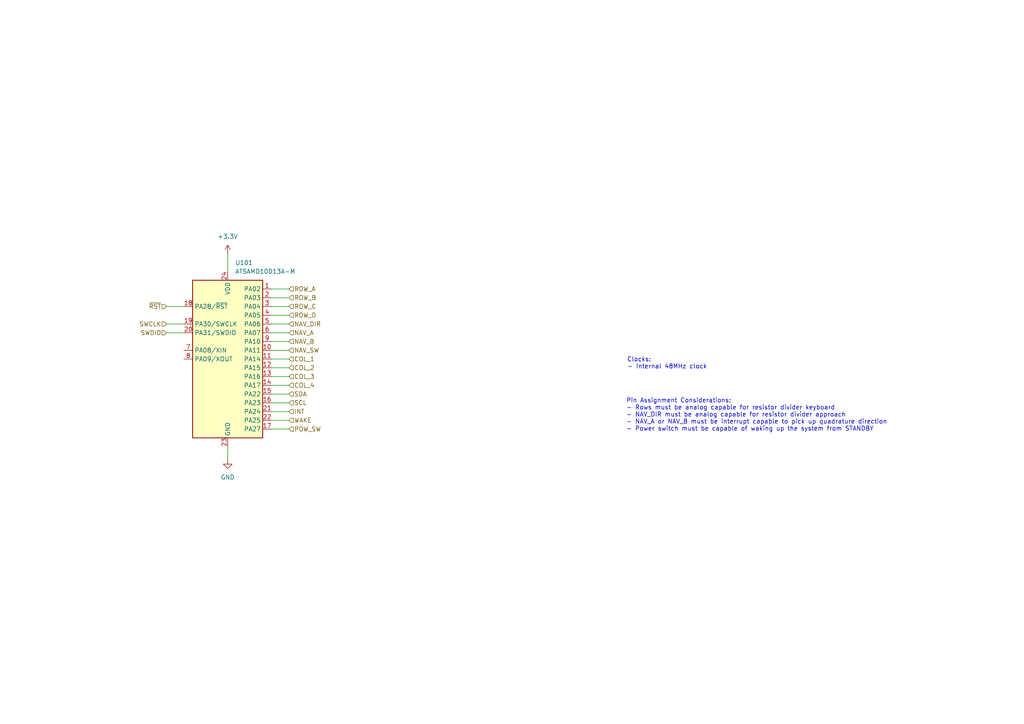
<source format=kicad_sch>
(kicad_sch (version 20250114) (generator "eeschema") (generator_version "9.0")
  (paper "A4")
  (lib_symbols
    (symbol "BVH_MCU_Microchip_SAMD:ATSAMD10D13A-M"
      (property "Reference" "U" (at -10.16 24.13 0))
      (property "Value" "ATSAMD10D13A-M" (at 1.27 24.13 0))
      (symbol "ATSAMD10D13A-M_0_1"
        (rectangle (start -10.16 22.86) (end 10.16 -22.86) (stroke (width 0.254)) (fill (type background)))
      )
      (symbol "ATSAMD10D13A-M_1_1"
        (pin bidirectional line (at -12.7 15.24 0) (length 2.54) (name "PA28/~{RST}") (number "18"))
        (pin bidirectional line (at -12.7 10.16 0) (length 2.54) (name "PA30/SWCLK") (number "19"))
        (pin bidirectional line (at -12.7 7.62 0) (length 2.54) (name "PA31/SWDIO") (number "20"))
        (pin bidirectional line (at -12.7 2.54 0) (length 2.54) (name "PA08/XIN") (number "7"))
        (pin bidirectional line (at -12.7 0 0) (length 2.54) (name "PA09/XOUT") (number "8"))
        (pin power_in line (at 0 25.4 270) (length 2.54) (name "VDD") (number "24"))
        (pin power_in line (at 0 -25.4 90) (length 2.54) (name "GND") (number "23"))
        (pin power_in line (at 0 -25.4 90) (length 2.54) (hide yes) (name "GND") (number "25"))
        (pin bidirectional line (at 12.7 20.32 180) (length 2.54) (name "PA02") (number "1"))
        (pin bidirectional line (at 12.7 17.78 180) (length 2.54) (name "PA03") (number "2"))
        (pin bidirectional line (at 12.7 15.24 180) (length 2.54) (name "PA04") (number "3"))
        (pin bidirectional line (at 12.7 12.7 180) (length 2.54) (name "PA05") (number "4"))
        (pin bidirectional line (at 12.7 10.16 180) (length 2.54) (name "PA06") (number "5"))
        (pin bidirectional line (at 12.7 7.62 180) (length 2.54) (name "PA07") (number "6"))
        (pin bidirectional line (at 12.7 5.08 180) (length 2.54) (name "PA10") (number "9"))
        (pin bidirectional line (at 12.7 2.54 180) (length 2.54) (name "PA11") (number "10"))
        (pin bidirectional line (at 12.7 0 180) (length 2.54) (name "PA14") (number "11"))
        (pin bidirectional line (at 12.7 -2.54 180) (length 2.54) (name "PA15") (number "12"))
        (pin bidirectional line (at 12.7 -5.08 180) (length 2.54) (name "PA16") (number "13"))
        (pin bidirectional line (at 12.7 -7.62 180) (length 2.54) (name "PA17") (number "14"))
        (pin bidirectional line (at 12.7 -10.16 180) (length 2.54) (name "PA22") (number "15"))
        (pin bidirectional line (at 12.7 -12.7 180) (length 2.54) (name "PA23") (number "16"))
        (pin bidirectional line (at 12.7 -15.24 180) (length 2.54) (name "PA24") (number "21"))
        (pin bidirectional line (at 12.7 -17.78 180) (length 2.54) (name "PA25") (number "22"))
        (pin bidirectional line (at 12.7 -20.32 180) (length 2.54) (name "PA27") (number "17"))
      )
    )
    (symbol "power:+3.3V" (power) (pin_numbers (hide yes)) (pin_names (offset 0) (hide yes))
      (property "Value" "+3.3V" (at 0 3.556 0))
      (symbol "+3.3V_0_1"
        (polyline (pts (xy -0.762 1.27) (xy 0 2.54)))
        (polyline (pts (xy 0 2.54) (xy 0.762 1.27)))
        (polyline (pts (xy 0 0) (xy 0 2.54)))
      )
      (symbol "+3.3V_1_1"
        (pin power_in line (at 0 0 90) (length 0) (name "~") (number "1"))
      )
    )
    (symbol "power:GND" (power) (pin_numbers (hide yes)) (pin_names (offset 0) (hide yes))
      (property "Value" "GND" (at 0 -3.81 0))
      (symbol "GND_0_1"
        (polyline (pts (xy 0 0) (xy 0 -1.27) (xy 1.27 -1.27) (xy 0 -2.54) (xy -1.27 -1.27) (xy 0 -1.27)))
      )
      (symbol "GND_1_1"
        (pin power_in line (at 0 0 270) (length 0) (name "~") (number "1"))
      )
    )
  )
  (text "Clocks:\n- Internal 48MHz clock" (at 181.864 105.41 0) (effects (font (size 1.27 1.27)) (justify left)))
  (text "Pin Assignment Considerations:\n- Rows must be analog capable for resistor divider keyboard\n- NAV_DIR must be analog capable for resistor divider approach\n- NAV_A or NAV_B must be interrupt capable to pick up quadrature direction\n- Power switch must be capable of waking up the system from STANDBY\n" (at 181.61 120.396 0) (effects (font (size 1.27 1.27)) (justify left)))
  (wire (pts (xy 78.74 88.9) (xy 83.82 88.9)))
  (wire (pts (xy 78.74 121.92) (xy 83.82 121.92)))
  (wire (pts (xy 78.74 109.22) (xy 83.82 109.22)))
  (wire (pts (xy 48.26 93.98) (xy 53.34 93.98)))
  (wire (pts (xy 78.74 101.6) (xy 83.82 101.6)))
  (wire (pts (xy 48.26 96.52) (xy 53.34 96.52)))
  (wire (pts (xy 78.74 86.36) (xy 83.82 86.36)))
  (wire (pts (xy 78.74 119.38) (xy 83.82 119.38)))
  (wire (pts (xy 78.74 99.06) (xy 83.82 99.06)))
  (wire (pts (xy 78.74 111.76) (xy 83.82 111.76)))
  (wire (pts (xy 66.04 129.54) (xy 66.04 133.35)))
  (wire (pts (xy 78.74 93.98) (xy 83.82 93.98)))
  (wire (pts (xy 78.74 106.68) (xy 83.82 106.68)))
  (wire (pts (xy 78.74 104.14) (xy 83.82 104.14)))
  (wire (pts (xy 48.26 88.9) (xy 53.34 88.9)))
  (wire (pts (xy 78.74 124.46) (xy 83.82 124.46)))
  (wire (pts (xy 66.04 73.66) (xy 66.04 78.74)))
  (wire (pts (xy 78.74 96.52) (xy 83.82 96.52)))
  (wire (pts (xy 78.74 83.82) (xy 83.82 83.82)))
  (wire (pts (xy 78.74 91.44) (xy 83.82 91.44)))
  (wire (pts (xy 78.74 116.84) (xy 83.82 116.84)))
  (wire (pts (xy 78.74 114.3) (xy 83.82 114.3)))
  (hierarchical_label "ROW_B" (shape input) (at 83.82 86.36 0))
  (hierarchical_label "WAKE" (shape input) (at 83.82 121.92 0))
  (hierarchical_label "COL_4" (shape input) (at 83.82 111.76 0))
  (hierarchical_label "COL_1" (shape input) (at 83.82 104.14 0))
  (hierarchical_label "SCL" (shape input) (at 83.82 116.84 0))
  (hierarchical_label "~{RST}" (shape input) (at 48.26 88.9 180))
  (hierarchical_label "SDA" (shape input) (at 83.82 114.3 0))
  (hierarchical_label "INT" (shape input) (at 83.82 119.38 0))
  (hierarchical_label "SWCLK" (shape input) (at 48.26 93.98 180))
  (hierarchical_label "NAV_A" (shape input) (at 83.82 96.52 0))
  (hierarchical_label "SWDIO" (shape input) (at 48.26 96.52 180))
  (hierarchical_label "COL_3" (shape input) (at 83.82 109.22 0))
  (hierarchical_label "POW_SW" (shape input) (at 83.82 124.46 0))
  (hierarchical_label "ROW_C" (shape input) (at 83.82 88.9 0))
  (hierarchical_label "NAV_B" (shape input) (at 83.82 99.06 0))
  (hierarchical_label "ROW_D" (shape input) (at 83.82 91.44 0))
  (hierarchical_label "NAV_DIR" (shape input) (at 83.82 93.98 0))
  (hierarchical_label "ROW_A" (shape input) (at 83.82 83.82 0))
  (hierarchical_label "NAV_SW" (shape input) (at 83.82 101.6 0))
  (hierarchical_label "COL_2" (shape input) (at 83.82 106.68 0))
  (symbol (lib_id "power:+3.3V") (at 66.04 73.66 0) (unit 1)
    (property "Reference" "#PWR0201" (effects (hide yes)))
    (property "Value" "+3.3V" (at 66.04 68.58 0))
    (property "Description" "Power symbol creates a global label with name \"+3.3V\"" (effects (hide yes)))
  )
  (symbol (lib_id "power:GND") (at 66.04 133.35 0) (unit 1)
    (property "Reference" "#PWR0202" (effects (hide yes)))
    (property "Value" "GND" (at 66.04 138.43 0))
    (property "Description" "Power symbol creates a global label with name \"GND\" , ground" (effects (hide yes)))
  )
  (symbol (lib_id "BVH_MCU_Microchip_SAMD:ATSAMD10D13A-M") (at 66.04 104.14 0) (unit 1)
    (property "Reference" "U101" (at 68.1833 76.2 0) (effects (justify left)))
    (property "Value" "ATSAMD10D13A-M" (at 68.1833 78.74 0) (effects (justify left)))
    (property "Footprint" "Package_DFN_QFN:QFN-24-1EP_4x4mm_P0.5mm_EP2.6x2.6mm" (effects (hide yes)))
    (property "Datasheet" "http://ww1.microchip.com/downloads/en/DeviceDoc/Atmel-42242-SAM-D10_Datasheet.pdf" (effects (hide yes)))
    (property "Description" "ARM Cortex-M0+ MCU, 48MHz, 8KB Flash, 4KB RAM, 1.6-3.6V, 22 GPIO, QFN-24" (effects (hide yes)))
  )
)
</source>
